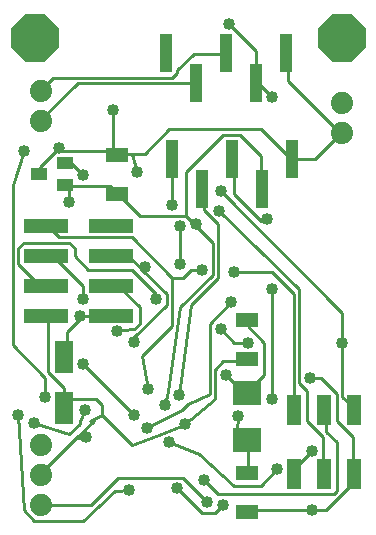
<source format=gbl>
G75*
%MOIN*%
%OFA0B0*%
%FSLAX25Y25*%
%IPPOS*%
%LPD*%
%AMOC8*
5,1,8,0,0,1.08239X$1,22.5*
%
%ADD10R,0.07500X0.05000*%
%ADD11R,0.09449X0.07874*%
%ADD12R,0.05000X0.10000*%
%ADD13C,0.07400*%
%ADD14R,0.05512X0.03937*%
%ADD15R,0.15000X0.05000*%
%ADD16R,0.06299X0.11000*%
%ADD17R,0.04000X0.13000*%
%ADD18C,0.01000*%
%ADD19C,0.04000*%
%ADD20OC8,0.15811*%
D10*
X0095635Y0011406D03*
X0095635Y0024406D03*
X0095635Y0062587D03*
X0095635Y0075587D03*
X0052328Y0117705D03*
X0052328Y0130705D03*
D11*
X0095635Y0051370D03*
X0095635Y0035622D03*
D12*
X0111226Y0045622D03*
X0121226Y0045622D03*
X0131226Y0045622D03*
X0131226Y0024126D03*
X0121226Y0024126D03*
X0111226Y0024126D03*
D13*
X0026737Y0023969D03*
X0026737Y0013969D03*
X0026737Y0033969D03*
X0026737Y0141921D03*
X0026737Y0151921D03*
X0127131Y0147984D03*
X0127131Y0137984D03*
D14*
X0035005Y0127945D03*
X0035005Y0120465D03*
X0026344Y0124205D03*
D15*
X0028706Y0106961D03*
X0028706Y0096961D03*
X0028706Y0086961D03*
X0028706Y0076961D03*
X0050306Y0076961D03*
X0050306Y0086961D03*
X0050306Y0096961D03*
X0050306Y0106961D03*
D16*
X0034612Y0063181D03*
X0034612Y0046276D03*
D17*
X0080478Y0119205D03*
X0090478Y0129205D03*
X0100478Y0119205D03*
X0110478Y0129205D03*
X0098509Y0154638D03*
X0088509Y0164638D03*
X0078509Y0154638D03*
X0068509Y0164638D03*
X0070478Y0129205D03*
X0108509Y0164638D03*
D18*
X0019089Y0043726D02*
X0021058Y0012226D01*
X0024658Y0008626D01*
X0040858Y0008626D01*
X0051658Y0018639D01*
X0056326Y0019032D01*
X0052558Y0023026D02*
X0074158Y0023026D01*
X0082258Y0014926D01*
X0080458Y0011326D02*
X0084958Y0011326D01*
X0087658Y0014026D01*
X0085858Y0017626D02*
X0081358Y0022126D01*
X0085858Y0017626D02*
X0124558Y0017626D01*
X0125458Y0018526D01*
X0125458Y0034726D01*
X0121858Y0038326D01*
X0121858Y0045526D01*
X0121226Y0045622D01*
X0125458Y0041926D02*
X0125458Y0050926D01*
X0120058Y0056326D01*
X0116458Y0056326D01*
X0112858Y0054526D02*
X0112858Y0086026D01*
X0086252Y0111845D01*
X0085858Y0107626D02*
X0081358Y0112126D01*
X0081358Y0118426D01*
X0080478Y0119205D01*
X0086758Y0118426D02*
X0127258Y0077926D01*
X0127258Y0068026D01*
X0127258Y0050026D01*
X0130858Y0046426D01*
X0131226Y0045622D01*
X0125458Y0041926D02*
X0130858Y0036526D01*
X0130858Y0024826D01*
X0131226Y0024126D01*
X0130858Y0023926D01*
X0130858Y0021226D01*
X0121858Y0012226D01*
X0117358Y0012226D01*
X0095758Y0012226D01*
X0095635Y0011406D01*
X0091258Y0020326D02*
X0100258Y0020326D01*
X0105658Y0025726D01*
X0111226Y0024126D02*
X0111958Y0024826D01*
X0111958Y0026626D01*
X0117358Y0032026D01*
X0120958Y0036526D02*
X0115558Y0041926D01*
X0115558Y0051826D01*
X0112858Y0054526D01*
X0111058Y0046426D02*
X0111226Y0045622D01*
X0111058Y0046426D02*
X0111058Y0084226D01*
X0103858Y0091426D01*
X0091258Y0091426D01*
X0085858Y0089626D02*
X0085858Y0107626D01*
X0084058Y0101326D02*
X0077758Y0107626D01*
X0078658Y0107626D01*
X0077758Y0107626D02*
X0075058Y0110326D01*
X0075058Y0124726D01*
X0087658Y0137326D01*
X0093058Y0137326D01*
X0100258Y0130126D01*
X0100258Y0119326D01*
X0100478Y0119205D01*
X0091258Y0117526D02*
X0100258Y0108526D01*
X0102058Y0109313D01*
X0091258Y0117526D02*
X0091258Y0128326D01*
X0090478Y0129205D01*
X0100258Y0139126D02*
X0110158Y0129226D01*
X0110478Y0129205D01*
X0111058Y0129226D01*
X0118258Y0129226D01*
X0126358Y0137326D01*
X0127131Y0137984D01*
X0126358Y0138226D01*
X0109258Y0155326D01*
X0109258Y0164326D01*
X0108509Y0164638D01*
X0098458Y0165226D02*
X0098458Y0155326D01*
X0098509Y0154638D01*
X0099358Y0154426D01*
X0103858Y0149926D01*
X0100258Y0139126D02*
X0069658Y0139126D01*
X0061558Y0131026D01*
X0057058Y0131026D01*
X0059026Y0124726D01*
X0057058Y0131026D02*
X0052558Y0131026D01*
X0052328Y0130705D01*
X0050758Y0131926D01*
X0050758Y0145426D01*
X0050758Y0131926D02*
X0051658Y0131026D01*
X0052328Y0130705D01*
X0050758Y0131926D02*
X0032758Y0131926D01*
X0032758Y0132826D01*
X0032758Y0131926D02*
X0031858Y0131926D01*
X0026458Y0126526D01*
X0026458Y0124726D01*
X0026344Y0124205D01*
X0021058Y0132037D02*
X0017458Y0120563D01*
X0017458Y0067126D01*
X0028258Y0056326D01*
X0028258Y0050026D01*
X0034558Y0049126D02*
X0034612Y0046276D01*
X0034558Y0046426D01*
X0034558Y0049126D01*
X0045358Y0049126D01*
X0047158Y0047326D01*
X0047158Y0043726D01*
X0057058Y0033826D01*
X0067858Y0037763D01*
X0075058Y0041026D01*
X0074889Y0041026D01*
X0084958Y0049126D01*
X0084958Y0059026D01*
X0087658Y0061726D01*
X0094858Y0061726D01*
X0095635Y0062587D01*
X0101158Y0057226D02*
X0095758Y0051826D01*
X0095635Y0051370D01*
X0094858Y0050926D01*
X0088558Y0057226D01*
X0083158Y0050926D02*
X0083158Y0074326D01*
X0090358Y0081526D01*
X0095635Y0075587D02*
X0095758Y0075226D01*
X0095758Y0073426D01*
X0101158Y0068026D01*
X0101158Y0057226D01*
X0103858Y0049126D02*
X0103858Y0086026D01*
X0095758Y0068026D02*
X0091258Y0068026D01*
X0086758Y0072526D01*
X0076858Y0080626D02*
X0085858Y0089626D01*
X0084058Y0090526D02*
X0084058Y0101326D01*
X0080458Y0092326D02*
X0076858Y0092326D01*
X0074158Y0089626D01*
X0070558Y0089626D01*
X0057058Y0103126D01*
X0032758Y0103126D01*
X0029158Y0106726D01*
X0028706Y0106961D01*
X0021058Y0101326D02*
X0019258Y0099526D01*
X0019258Y0094126D01*
X0025558Y0087826D01*
X0028258Y0087826D01*
X0028706Y0086961D01*
X0028706Y0076961D02*
X0029158Y0076126D01*
X0029158Y0058126D01*
X0034558Y0052726D01*
X0034558Y0049126D01*
X0041589Y0045526D02*
X0039958Y0041926D01*
X0039958Y0041026D01*
X0036358Y0037426D01*
X0024715Y0041363D01*
X0038721Y0036189D02*
X0027358Y0024826D01*
X0026737Y0023969D01*
X0027358Y0014026D02*
X0026737Y0013969D01*
X0027358Y0014026D02*
X0043558Y0014026D01*
X0052558Y0023026D01*
X0041983Y0036583D02*
X0038721Y0036189D01*
X0044458Y0041926D01*
X0043389Y0041926D01*
X0047158Y0043726D01*
X0057958Y0043726D02*
X0040858Y0060826D01*
X0035458Y0063526D02*
X0034612Y0063181D01*
X0035458Y0063526D02*
X0035458Y0071626D01*
X0040858Y0077026D01*
X0039958Y0077026D01*
X0040858Y0077026D02*
X0049858Y0077026D01*
X0050306Y0076961D01*
X0052389Y0071794D02*
X0057058Y0072526D01*
X0057958Y0072526D01*
X0059758Y0074326D01*
X0059758Y0079726D01*
X0052558Y0086926D01*
X0050758Y0086926D01*
X0050306Y0086961D01*
X0057058Y0092326D02*
X0042658Y0092326D01*
X0038158Y0096826D01*
X0038158Y0099526D01*
X0036358Y0101326D01*
X0021058Y0101326D01*
X0028706Y0096961D02*
X0029158Y0096826D01*
X0030958Y0096826D01*
X0040858Y0086926D01*
X0040858Y0082426D01*
X0050306Y0096961D02*
X0050758Y0096826D01*
X0056158Y0096826D01*
X0060658Y0092326D01*
X0061558Y0093226D01*
X0060658Y0092326D02*
X0068758Y0084226D01*
X0068758Y0080626D01*
X0057958Y0069826D01*
X0057958Y0068194D01*
X0060658Y0063526D02*
X0070558Y0073426D01*
X0070558Y0089626D01*
X0073258Y0094126D02*
X0073258Y0106726D01*
X0075058Y0110326D02*
X0059758Y0110326D01*
X0052558Y0117526D01*
X0052328Y0117705D01*
X0051658Y0118426D01*
X0049858Y0120226D01*
X0036358Y0120226D01*
X0035005Y0120465D01*
X0035458Y0120226D01*
X0036358Y0120226D01*
X0036358Y0114826D01*
X0040858Y0123826D02*
X0037258Y0127426D01*
X0035458Y0127426D01*
X0035005Y0127945D01*
X0026737Y0141921D02*
X0027358Y0142726D01*
X0039058Y0154426D01*
X0077758Y0154426D01*
X0078509Y0154638D01*
X0072358Y0158026D02*
X0070558Y0156226D01*
X0030958Y0156226D01*
X0027358Y0152626D01*
X0026737Y0151921D01*
X0070478Y0129205D02*
X0070558Y0128326D01*
X0070558Y0113926D01*
X0057058Y0092326D02*
X0065158Y0084226D01*
X0065158Y0082426D01*
X0073258Y0079726D02*
X0084058Y0090526D01*
X0076858Y0080626D02*
X0072921Y0050589D01*
X0069321Y0051826D02*
X0073258Y0079726D01*
X0060658Y0063526D02*
X0062626Y0052557D01*
X0069321Y0051826D02*
X0068084Y0047157D01*
X0073989Y0045526D02*
X0063921Y0040576D01*
X0062121Y0039394D01*
X0069489Y0034782D02*
X0079558Y0030845D01*
X0091258Y0020326D01*
X0095635Y0024406D02*
X0095758Y0024826D01*
X0095758Y0034726D01*
X0095635Y0035622D01*
X0094858Y0035626D01*
X0092158Y0038326D01*
X0092552Y0043613D01*
X0083158Y0050926D02*
X0075789Y0047494D01*
X0073989Y0045526D01*
X0072358Y0019426D02*
X0080458Y0011326D01*
X0120958Y0024826D02*
X0121226Y0024126D01*
X0120958Y0024826D02*
X0120958Y0036526D01*
X0072358Y0158026D02*
X0072358Y0158926D01*
X0077758Y0164326D01*
X0087658Y0164326D01*
X0088509Y0164638D01*
X0089458Y0174226D02*
X0098458Y0165226D01*
D19*
X0089458Y0174226D03*
X0103858Y0149926D03*
X0086758Y0118426D03*
X0086252Y0111845D03*
X0078658Y0107626D03*
X0073258Y0106726D03*
X0070558Y0113926D03*
X0059026Y0124726D03*
X0040858Y0123826D03*
X0036358Y0114826D03*
X0032758Y0132826D03*
X0021058Y0132037D03*
X0050758Y0145426D03*
X0061558Y0093226D03*
X0065158Y0082426D03*
X0073258Y0094126D03*
X0080458Y0092326D03*
X0091258Y0091426D03*
X0090358Y0081526D03*
X0086758Y0072526D03*
X0095758Y0068026D03*
X0088558Y0057226D03*
X0092552Y0043613D03*
X0103858Y0049126D03*
X0116458Y0056326D03*
X0127258Y0068026D03*
X0103858Y0086026D03*
X0102058Y0109313D03*
X0057958Y0068194D03*
X0052389Y0071794D03*
X0040858Y0082426D03*
X0039958Y0077026D03*
X0040858Y0060826D03*
X0041589Y0045526D03*
X0041983Y0036583D03*
X0028258Y0050026D03*
X0024715Y0041363D03*
X0019089Y0043726D03*
X0056326Y0019032D03*
X0069489Y0034782D03*
X0074889Y0041026D03*
X0068084Y0047157D03*
X0072921Y0050589D03*
X0062626Y0052557D03*
X0057958Y0043726D03*
X0062121Y0039394D03*
X0072358Y0019426D03*
X0081358Y0022126D03*
X0082258Y0014926D03*
X0087658Y0014026D03*
X0105658Y0025726D03*
X0117358Y0032026D03*
X0117358Y0012226D03*
D20*
X0127131Y0169480D03*
X0024769Y0169480D03*
M02*

</source>
